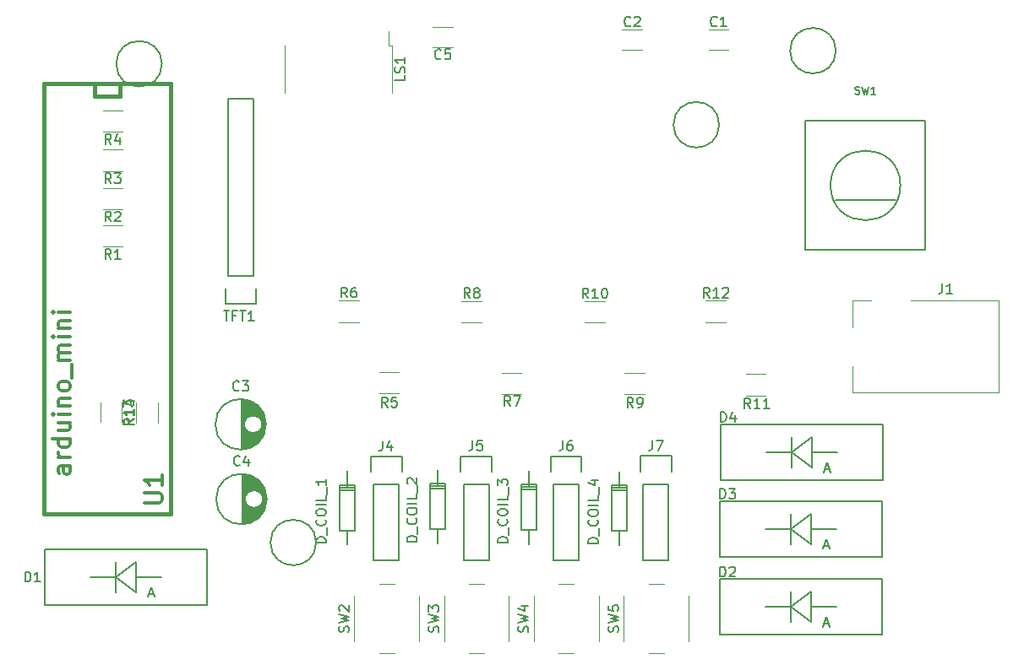
<source format=gto>
G04 #@! TF.FileFunction,Legend,Top*
%FSLAX46Y46*%
G04 Gerber Fmt 4.6, Leading zero omitted, Abs format (unit mm)*
G04 Created by KiCad (PCBNEW 4.0.7) date 07/01/18 12:19:37*
%MOMM*%
%LPD*%
G01*
G04 APERTURE LIST*
%ADD10C,0.100000*%
%ADD11C,0.150000*%
%ADD12C,0.120000*%
%ADD13C,0.381000*%
%ADD14C,0.203200*%
%ADD15C,0.304800*%
%ADD16C,0.152400*%
G04 APERTURE END LIST*
D10*
D11*
X74365000Y-125781000D02*
X74365000Y-130779000D01*
X74505000Y-125789000D02*
X74505000Y-130771000D01*
X74645000Y-125805000D02*
X74645000Y-128185000D01*
X74645000Y-128375000D02*
X74645000Y-130755000D01*
X74785000Y-125829000D02*
X74785000Y-127790000D01*
X74785000Y-128770000D02*
X74785000Y-130731000D01*
X74925000Y-125862000D02*
X74925000Y-127623000D01*
X74925000Y-128937000D02*
X74925000Y-130698000D01*
X75065000Y-125903000D02*
X75065000Y-127516000D01*
X75065000Y-129044000D02*
X75065000Y-130657000D01*
X75205000Y-125953000D02*
X75205000Y-127445000D01*
X75205000Y-129115000D02*
X75205000Y-130607000D01*
X75345000Y-126014000D02*
X75345000Y-127401000D01*
X75345000Y-129159000D02*
X75345000Y-130546000D01*
X75485000Y-126084000D02*
X75485000Y-127382000D01*
X75485000Y-129178000D02*
X75485000Y-130476000D01*
X75625000Y-126166000D02*
X75625000Y-127384000D01*
X75625000Y-129176000D02*
X75625000Y-130394000D01*
X75765000Y-126261000D02*
X75765000Y-127409000D01*
X75765000Y-129151000D02*
X75765000Y-130299000D01*
X75905000Y-126372000D02*
X75905000Y-127457000D01*
X75905000Y-129103000D02*
X75905000Y-130188000D01*
X76045000Y-126500000D02*
X76045000Y-127535000D01*
X76045000Y-129025000D02*
X76045000Y-130060000D01*
X76185000Y-126649000D02*
X76185000Y-127652000D01*
X76185000Y-128908000D02*
X76185000Y-129911000D01*
X76325000Y-126828000D02*
X76325000Y-127840000D01*
X76325000Y-128720000D02*
X76325000Y-129732000D01*
X76465000Y-127047000D02*
X76465000Y-129513000D01*
X76605000Y-127336000D02*
X76605000Y-129224000D01*
X76745000Y-127808000D02*
X76745000Y-128752000D01*
X76440000Y-128280000D02*
G75*
G03X76440000Y-128280000I-900000J0D01*
G01*
X76827500Y-128280000D02*
G75*
G03X76827500Y-128280000I-2537500J0D01*
G01*
X122156000Y-90720000D02*
G75*
G03X122156000Y-90720000I-2286000J0D01*
G01*
X133846000Y-83290000D02*
G75*
G03X133846000Y-83290000I-2286000J0D01*
G01*
X81766000Y-132640000D02*
G75*
G03X81766000Y-132640000I-2286000J0D01*
G01*
D12*
X124820000Y-115740000D02*
X126820000Y-115740000D01*
X126820000Y-117880000D02*
X124820000Y-117880000D01*
D13*
X67180000Y-86610000D02*
X67180000Y-129790000D01*
X67180000Y-129790000D02*
X54480000Y-129790000D01*
X54480000Y-129790000D02*
X54480000Y-86610000D01*
X54480000Y-86610000D02*
X67180000Y-86610000D01*
X59560000Y-86610000D02*
X59560000Y-87880000D01*
X59560000Y-87880000D02*
X62100000Y-87880000D01*
X62100000Y-87880000D02*
X62100000Y-86610000D01*
D11*
X72960000Y-105880000D02*
X72960000Y-88100000D01*
X72960000Y-88100000D02*
X75500000Y-88100000D01*
X75500000Y-88100000D02*
X75500000Y-105880000D01*
X72680000Y-108700000D02*
X72680000Y-107150000D01*
X72960000Y-105880000D02*
X75500000Y-105880000D01*
X75780000Y-107150000D02*
X75780000Y-108700000D01*
X75780000Y-108700000D02*
X72680000Y-108700000D01*
D12*
X123100000Y-81140000D02*
X121100000Y-81140000D01*
X121100000Y-83180000D02*
X123100000Y-83180000D01*
X114450000Y-81140000D02*
X112450000Y-81140000D01*
X112450000Y-83180000D02*
X114450000Y-83180000D01*
D11*
X74285000Y-118281000D02*
X74285000Y-123279000D01*
X74425000Y-118289000D02*
X74425000Y-123271000D01*
X74565000Y-118305000D02*
X74565000Y-120685000D01*
X74565000Y-120875000D02*
X74565000Y-123255000D01*
X74705000Y-118329000D02*
X74705000Y-120290000D01*
X74705000Y-121270000D02*
X74705000Y-123231000D01*
X74845000Y-118362000D02*
X74845000Y-120123000D01*
X74845000Y-121437000D02*
X74845000Y-123198000D01*
X74985000Y-118403000D02*
X74985000Y-120016000D01*
X74985000Y-121544000D02*
X74985000Y-123157000D01*
X75125000Y-118453000D02*
X75125000Y-119945000D01*
X75125000Y-121615000D02*
X75125000Y-123107000D01*
X75265000Y-118514000D02*
X75265000Y-119901000D01*
X75265000Y-121659000D02*
X75265000Y-123046000D01*
X75405000Y-118584000D02*
X75405000Y-119882000D01*
X75405000Y-121678000D02*
X75405000Y-122976000D01*
X75545000Y-118666000D02*
X75545000Y-119884000D01*
X75545000Y-121676000D02*
X75545000Y-122894000D01*
X75685000Y-118761000D02*
X75685000Y-119909000D01*
X75685000Y-121651000D02*
X75685000Y-122799000D01*
X75825000Y-118872000D02*
X75825000Y-119957000D01*
X75825000Y-121603000D02*
X75825000Y-122688000D01*
X75965000Y-119000000D02*
X75965000Y-120035000D01*
X75965000Y-121525000D02*
X75965000Y-122560000D01*
X76105000Y-119149000D02*
X76105000Y-120152000D01*
X76105000Y-121408000D02*
X76105000Y-122411000D01*
X76245000Y-119328000D02*
X76245000Y-120340000D01*
X76245000Y-121220000D02*
X76245000Y-122232000D01*
X76385000Y-119547000D02*
X76385000Y-122013000D01*
X76525000Y-119836000D02*
X76525000Y-121724000D01*
X76665000Y-120308000D02*
X76665000Y-121252000D01*
X76360000Y-120780000D02*
G75*
G03X76360000Y-120780000I-900000J0D01*
G01*
X76747500Y-120780000D02*
G75*
G03X76747500Y-120780000I-2537500J0D01*
G01*
D12*
X93460000Y-82970000D02*
X95460000Y-82970000D01*
X95460000Y-80930000D02*
X93460000Y-80930000D01*
D11*
X61716000Y-136120000D02*
X59176000Y-136120000D01*
X63748000Y-136120000D02*
X66288000Y-136120000D01*
X61716000Y-136120000D02*
X63748000Y-134596000D01*
X63748000Y-134596000D02*
X63748000Y-137644000D01*
X63748000Y-137644000D02*
X61716000Y-136120000D01*
X61716000Y-134596000D02*
X61716000Y-137644000D01*
X70860000Y-138914000D02*
X70860000Y-133326000D01*
X70860000Y-133326000D02*
X54604000Y-133326000D01*
X54604000Y-133326000D02*
X54604000Y-138914000D01*
X54604000Y-138914000D02*
X70860000Y-138914000D01*
X129346920Y-139100000D02*
X126806920Y-139100000D01*
X131378920Y-139100000D02*
X133918920Y-139100000D01*
X129346920Y-139100000D02*
X131378920Y-137576000D01*
X131378920Y-137576000D02*
X131378920Y-140624000D01*
X131378920Y-140624000D02*
X129346920Y-139100000D01*
X129346920Y-137576000D02*
X129346920Y-140624000D01*
X138490920Y-141894000D02*
X138490920Y-136306000D01*
X138490920Y-136306000D02*
X122234920Y-136306000D01*
X122234920Y-136306000D02*
X122234920Y-141894000D01*
X122234920Y-141894000D02*
X138490920Y-141894000D01*
X129346920Y-131300000D02*
X126806920Y-131300000D01*
X131378920Y-131300000D02*
X133918920Y-131300000D01*
X129346920Y-131300000D02*
X131378920Y-129776000D01*
X131378920Y-129776000D02*
X131378920Y-132824000D01*
X131378920Y-132824000D02*
X129346920Y-131300000D01*
X129346920Y-129776000D02*
X129346920Y-132824000D01*
X138490920Y-134094000D02*
X138490920Y-128506000D01*
X138490920Y-128506000D02*
X122234920Y-128506000D01*
X122234920Y-128506000D02*
X122234920Y-134094000D01*
X122234920Y-134094000D02*
X138490920Y-134094000D01*
X129406920Y-123610000D02*
X126866920Y-123610000D01*
X131438920Y-123610000D02*
X133978920Y-123610000D01*
X129406920Y-123610000D02*
X131438920Y-122086000D01*
X131438920Y-122086000D02*
X131438920Y-125134000D01*
X131438920Y-125134000D02*
X129406920Y-123610000D01*
X129406920Y-122086000D02*
X129406920Y-125134000D01*
X138550920Y-126404000D02*
X138550920Y-120816000D01*
X138550920Y-120816000D02*
X122294920Y-120816000D01*
X122294920Y-120816000D02*
X122294920Y-126404000D01*
X122294920Y-126404000D02*
X138550920Y-126404000D01*
X84850000Y-131436000D02*
X84850000Y-132833000D01*
X84850000Y-126991000D02*
X84850000Y-125467000D01*
X85612000Y-127372000D02*
X84088000Y-127372000D01*
X85612000Y-127118000D02*
X84088000Y-127118000D01*
X84850000Y-126864000D02*
X84088000Y-126864000D01*
X84088000Y-126864000D02*
X84088000Y-131436000D01*
X84088000Y-131436000D02*
X85612000Y-131436000D01*
X85612000Y-131436000D02*
X85612000Y-126864000D01*
X85612000Y-126864000D02*
X84850000Y-126864000D01*
X93950000Y-131306000D02*
X93950000Y-132703000D01*
X93950000Y-126861000D02*
X93950000Y-125337000D01*
X94712000Y-127242000D02*
X93188000Y-127242000D01*
X94712000Y-126988000D02*
X93188000Y-126988000D01*
X93950000Y-126734000D02*
X93188000Y-126734000D01*
X93188000Y-126734000D02*
X93188000Y-131306000D01*
X93188000Y-131306000D02*
X94712000Y-131306000D01*
X94712000Y-131306000D02*
X94712000Y-126734000D01*
X94712000Y-126734000D02*
X93950000Y-126734000D01*
X103060000Y-131416000D02*
X103060000Y-132813000D01*
X103060000Y-126971000D02*
X103060000Y-125447000D01*
X103822000Y-127352000D02*
X102298000Y-127352000D01*
X103822000Y-127098000D02*
X102298000Y-127098000D01*
X103060000Y-126844000D02*
X102298000Y-126844000D01*
X102298000Y-126844000D02*
X102298000Y-131416000D01*
X102298000Y-131416000D02*
X103822000Y-131416000D01*
X103822000Y-131416000D02*
X103822000Y-126844000D01*
X103822000Y-126844000D02*
X103060000Y-126844000D01*
X112120000Y-131476000D02*
X112120000Y-132873000D01*
X112120000Y-127031000D02*
X112120000Y-125507000D01*
X112882000Y-127412000D02*
X111358000Y-127412000D01*
X112882000Y-127158000D02*
X111358000Y-127158000D01*
X112120000Y-126904000D02*
X111358000Y-126904000D01*
X111358000Y-126904000D02*
X111358000Y-131476000D01*
X111358000Y-131476000D02*
X112882000Y-131476000D01*
X112882000Y-131476000D02*
X112882000Y-126904000D01*
X112882000Y-126904000D02*
X112120000Y-126904000D01*
D12*
X141400000Y-108360000D02*
X150200000Y-108360000D01*
X150200000Y-108360000D02*
X150200000Y-117560000D01*
X135500000Y-111060000D02*
X135500000Y-108360000D01*
X135500000Y-108360000D02*
X137400000Y-108360000D01*
X150200000Y-117560000D02*
X135500000Y-117560000D01*
X135500000Y-117560000D02*
X135500000Y-114960000D01*
D11*
X87550000Y-126790000D02*
X87550000Y-134410000D01*
X90090000Y-126790000D02*
X90090000Y-134410000D01*
X90370000Y-123970000D02*
X90370000Y-125520000D01*
X87550000Y-134410000D02*
X90090000Y-134410000D01*
X90090000Y-126790000D02*
X87550000Y-126790000D01*
X87270000Y-125520000D02*
X87270000Y-123970000D01*
X87270000Y-123970000D02*
X90370000Y-123970000D01*
X96550000Y-126790000D02*
X96550000Y-134410000D01*
X99090000Y-126790000D02*
X99090000Y-134410000D01*
X99370000Y-123970000D02*
X99370000Y-125520000D01*
X96550000Y-134410000D02*
X99090000Y-134410000D01*
X99090000Y-126790000D02*
X96550000Y-126790000D01*
X96270000Y-125520000D02*
X96270000Y-123970000D01*
X96270000Y-123970000D02*
X99370000Y-123970000D01*
X105540000Y-126790000D02*
X105540000Y-134410000D01*
X108080000Y-126790000D02*
X108080000Y-134410000D01*
X108360000Y-123970000D02*
X108360000Y-125520000D01*
X105540000Y-134410000D02*
X108080000Y-134410000D01*
X108080000Y-126790000D02*
X105540000Y-126790000D01*
X105260000Y-125520000D02*
X105260000Y-123970000D01*
X105260000Y-123970000D02*
X108360000Y-123970000D01*
X114550000Y-126770000D02*
X114550000Y-134390000D01*
X117090000Y-126770000D02*
X117090000Y-134390000D01*
X117370000Y-123950000D02*
X117370000Y-125500000D01*
X114550000Y-134390000D02*
X117090000Y-134390000D01*
X117090000Y-126770000D02*
X114550000Y-126770000D01*
X114270000Y-125500000D02*
X114270000Y-123950000D01*
X114270000Y-123950000D02*
X117370000Y-123950000D01*
D12*
X89420000Y-82740000D02*
X89020000Y-82740000D01*
X89020000Y-82740000D02*
X89020000Y-81340000D01*
X89420000Y-82740000D02*
X89420000Y-87540000D01*
X78620000Y-82740000D02*
X78620000Y-87540000D01*
X60390000Y-100830000D02*
X62390000Y-100830000D01*
X62390000Y-102970000D02*
X60390000Y-102970000D01*
X60390000Y-97050000D02*
X62390000Y-97050000D01*
X62390000Y-99190000D02*
X60390000Y-99190000D01*
X60390000Y-93230000D02*
X62390000Y-93230000D01*
X62390000Y-95370000D02*
X60390000Y-95370000D01*
X60390000Y-89290000D02*
X62390000Y-89290000D01*
X62390000Y-91430000D02*
X60390000Y-91430000D01*
X88070000Y-115530000D02*
X90070000Y-115530000D01*
X90070000Y-117670000D02*
X88070000Y-117670000D01*
X86050000Y-110510000D02*
X84050000Y-110510000D01*
X84050000Y-108370000D02*
X86050000Y-108370000D01*
X100360000Y-115630000D02*
X102360000Y-115630000D01*
X102360000Y-117770000D02*
X100360000Y-117770000D01*
X98360000Y-110570000D02*
X96360000Y-110570000D01*
X96360000Y-108430000D02*
X98360000Y-108430000D01*
X112700000Y-115630000D02*
X114700000Y-115630000D01*
X114700000Y-117770000D02*
X112700000Y-117770000D01*
X110700000Y-110590000D02*
X108700000Y-110590000D01*
X108700000Y-108450000D02*
X110700000Y-108450000D01*
X122830000Y-110520000D02*
X120830000Y-110520000D01*
X120830000Y-108380000D02*
X122830000Y-108380000D01*
D14*
X133820000Y-98310000D02*
X139820000Y-98310000D01*
X140320000Y-96810000D02*
G75*
G03X140320000Y-96810000I-3500000J0D01*
G01*
X130820000Y-90310000D02*
X142820000Y-90310000D01*
X142820000Y-90310000D02*
X142820000Y-103310000D01*
X142820000Y-103310000D02*
X130820000Y-103310000D01*
X130820000Y-103310000D02*
X130820000Y-90310000D01*
D12*
X92100000Y-142520000D02*
X92100000Y-138020000D01*
X88100000Y-143770000D02*
X89600000Y-143770000D01*
X85600000Y-138020000D02*
X85600000Y-142520000D01*
X89600000Y-136770000D02*
X88100000Y-136770000D01*
X101090000Y-142520000D02*
X101090000Y-138020000D01*
X97090000Y-143770000D02*
X98590000Y-143770000D01*
X94590000Y-138020000D02*
X94590000Y-142520000D01*
X98590000Y-136770000D02*
X97090000Y-136770000D01*
X110080000Y-142520000D02*
X110080000Y-138020000D01*
X106080000Y-143770000D02*
X107580000Y-143770000D01*
X103580000Y-138020000D02*
X103580000Y-142520000D01*
X107580000Y-136770000D02*
X106080000Y-136770000D01*
X119110000Y-142520000D02*
X119110000Y-138020000D01*
X115110000Y-143770000D02*
X116610000Y-143770000D01*
X112610000Y-138020000D02*
X112610000Y-142520000D01*
X116610000Y-136770000D02*
X115110000Y-136770000D01*
D11*
X66316000Y-84610000D02*
G75*
G03X66316000Y-84610000I-2286000J0D01*
G01*
D12*
X65900000Y-118620000D02*
X65900000Y-120620000D01*
X63760000Y-120620000D02*
X63760000Y-118620000D01*
X60150000Y-120570000D02*
X60150000Y-118570000D01*
X62290000Y-118570000D02*
X62290000Y-120570000D01*
D11*
X74123334Y-124837143D02*
X74075715Y-124884762D01*
X73932858Y-124932381D01*
X73837620Y-124932381D01*
X73694762Y-124884762D01*
X73599524Y-124789524D01*
X73551905Y-124694286D01*
X73504286Y-124503810D01*
X73504286Y-124360952D01*
X73551905Y-124170476D01*
X73599524Y-124075238D01*
X73694762Y-123980000D01*
X73837620Y-123932381D01*
X73932858Y-123932381D01*
X74075715Y-123980000D01*
X74123334Y-124027619D01*
X74980477Y-124265714D02*
X74980477Y-124932381D01*
X74742381Y-123884762D02*
X74504286Y-124599048D01*
X75123334Y-124599048D01*
X125287143Y-119172381D02*
X124953809Y-118696190D01*
X124715714Y-119172381D02*
X124715714Y-118172381D01*
X125096667Y-118172381D01*
X125191905Y-118220000D01*
X125239524Y-118267619D01*
X125287143Y-118362857D01*
X125287143Y-118505714D01*
X125239524Y-118600952D01*
X125191905Y-118648571D01*
X125096667Y-118696190D01*
X124715714Y-118696190D01*
X126239524Y-119172381D02*
X125668095Y-119172381D01*
X125953809Y-119172381D02*
X125953809Y-118172381D01*
X125858571Y-118315238D01*
X125763333Y-118410476D01*
X125668095Y-118458095D01*
X127191905Y-119172381D02*
X126620476Y-119172381D01*
X126906190Y-119172381D02*
X126906190Y-118172381D01*
X126810952Y-118315238D01*
X126715714Y-118410476D01*
X126620476Y-118458095D01*
D15*
X64556333Y-128654667D02*
X65995667Y-128654667D01*
X66165000Y-128570000D01*
X66249667Y-128485333D01*
X66334333Y-128316000D01*
X66334333Y-127977333D01*
X66249667Y-127808000D01*
X66165000Y-127723333D01*
X65995667Y-127638667D01*
X64556333Y-127638667D01*
X66334333Y-125860666D02*
X66334333Y-126876666D01*
X66334333Y-126368666D02*
X64556333Y-126368666D01*
X64810333Y-126538000D01*
X64979667Y-126707333D01*
X65064333Y-126876666D01*
X57114333Y-124973669D02*
X56183000Y-124973669D01*
X56013667Y-125058335D01*
X55929000Y-125227669D01*
X55929000Y-125566335D01*
X56013667Y-125735669D01*
X57029667Y-124973669D02*
X57114333Y-125143002D01*
X57114333Y-125566335D01*
X57029667Y-125735669D01*
X56860333Y-125820335D01*
X56691000Y-125820335D01*
X56521667Y-125735669D01*
X56437000Y-125566335D01*
X56437000Y-125143002D01*
X56352333Y-124973669D01*
X57114333Y-124127002D02*
X55929000Y-124127002D01*
X56267667Y-124127002D02*
X56098333Y-124042335D01*
X56013667Y-123957668D01*
X55929000Y-123788335D01*
X55929000Y-123619002D01*
X57114333Y-122264335D02*
X55336333Y-122264335D01*
X57029667Y-122264335D02*
X57114333Y-122433668D01*
X57114333Y-122772335D01*
X57029667Y-122941668D01*
X56945000Y-123026335D01*
X56775667Y-123111001D01*
X56267667Y-123111001D01*
X56098333Y-123026335D01*
X56013667Y-122941668D01*
X55929000Y-122772335D01*
X55929000Y-122433668D01*
X56013667Y-122264335D01*
X55929000Y-120655668D02*
X57114333Y-120655668D01*
X55929000Y-121417668D02*
X56860333Y-121417668D01*
X57029667Y-121333001D01*
X57114333Y-121163668D01*
X57114333Y-120909668D01*
X57029667Y-120740334D01*
X56945000Y-120655668D01*
X57114333Y-119809001D02*
X55929000Y-119809001D01*
X55336333Y-119809001D02*
X55421000Y-119893667D01*
X55505667Y-119809001D01*
X55421000Y-119724334D01*
X55336333Y-119809001D01*
X55505667Y-119809001D01*
X55929000Y-118962334D02*
X57114333Y-118962334D01*
X56098333Y-118962334D02*
X56013667Y-118877667D01*
X55929000Y-118708334D01*
X55929000Y-118454334D01*
X56013667Y-118285000D01*
X56183000Y-118200334D01*
X57114333Y-118200334D01*
X57114333Y-117099667D02*
X57029667Y-117269000D01*
X56945000Y-117353667D01*
X56775667Y-117438333D01*
X56267667Y-117438333D01*
X56098333Y-117353667D01*
X56013667Y-117269000D01*
X55929000Y-117099667D01*
X55929000Y-116845667D01*
X56013667Y-116676333D01*
X56098333Y-116591667D01*
X56267667Y-116507000D01*
X56775667Y-116507000D01*
X56945000Y-116591667D01*
X57029667Y-116676333D01*
X57114333Y-116845667D01*
X57114333Y-117099667D01*
X57283667Y-116168333D02*
X57283667Y-114813666D01*
X57114333Y-114390333D02*
X55929000Y-114390333D01*
X56098333Y-114390333D02*
X56013667Y-114305666D01*
X55929000Y-114136333D01*
X55929000Y-113882333D01*
X56013667Y-113712999D01*
X56183000Y-113628333D01*
X57114333Y-113628333D01*
X56183000Y-113628333D02*
X56013667Y-113543666D01*
X55929000Y-113374333D01*
X55929000Y-113120333D01*
X56013667Y-112950999D01*
X56183000Y-112866333D01*
X57114333Y-112866333D01*
X57114333Y-112019666D02*
X55929000Y-112019666D01*
X55336333Y-112019666D02*
X55421000Y-112104332D01*
X55505667Y-112019666D01*
X55421000Y-111934999D01*
X55336333Y-112019666D01*
X55505667Y-112019666D01*
X55929000Y-111172999D02*
X57114333Y-111172999D01*
X56098333Y-111172999D02*
X56013667Y-111088332D01*
X55929000Y-110918999D01*
X55929000Y-110664999D01*
X56013667Y-110495665D01*
X56183000Y-110410999D01*
X57114333Y-110410999D01*
X57114333Y-109564332D02*
X55929000Y-109564332D01*
X55336333Y-109564332D02*
X55421000Y-109648998D01*
X55505667Y-109564332D01*
X55421000Y-109479665D01*
X55336333Y-109564332D01*
X55505667Y-109564332D01*
D11*
X72508571Y-109382381D02*
X73080000Y-109382381D01*
X72794285Y-110382381D02*
X72794285Y-109382381D01*
X73746667Y-109858571D02*
X73413333Y-109858571D01*
X73413333Y-110382381D02*
X73413333Y-109382381D01*
X73889524Y-109382381D01*
X74127619Y-109382381D02*
X74699048Y-109382381D01*
X74413333Y-110382381D02*
X74413333Y-109382381D01*
X75556191Y-110382381D02*
X74984762Y-110382381D01*
X75270476Y-110382381D02*
X75270476Y-109382381D01*
X75175238Y-109525238D01*
X75080000Y-109620476D01*
X74984762Y-109668095D01*
X121933334Y-80767143D02*
X121885715Y-80814762D01*
X121742858Y-80862381D01*
X121647620Y-80862381D01*
X121504762Y-80814762D01*
X121409524Y-80719524D01*
X121361905Y-80624286D01*
X121314286Y-80433810D01*
X121314286Y-80290952D01*
X121361905Y-80100476D01*
X121409524Y-80005238D01*
X121504762Y-79910000D01*
X121647620Y-79862381D01*
X121742858Y-79862381D01*
X121885715Y-79910000D01*
X121933334Y-79957619D01*
X122885715Y-80862381D02*
X122314286Y-80862381D01*
X122600000Y-80862381D02*
X122600000Y-79862381D01*
X122504762Y-80005238D01*
X122409524Y-80100476D01*
X122314286Y-80148095D01*
X113283334Y-80767143D02*
X113235715Y-80814762D01*
X113092858Y-80862381D01*
X112997620Y-80862381D01*
X112854762Y-80814762D01*
X112759524Y-80719524D01*
X112711905Y-80624286D01*
X112664286Y-80433810D01*
X112664286Y-80290952D01*
X112711905Y-80100476D01*
X112759524Y-80005238D01*
X112854762Y-79910000D01*
X112997620Y-79862381D01*
X113092858Y-79862381D01*
X113235715Y-79910000D01*
X113283334Y-79957619D01*
X113664286Y-79957619D02*
X113711905Y-79910000D01*
X113807143Y-79862381D01*
X114045239Y-79862381D01*
X114140477Y-79910000D01*
X114188096Y-79957619D01*
X114235715Y-80052857D01*
X114235715Y-80148095D01*
X114188096Y-80290952D01*
X113616667Y-80862381D01*
X114235715Y-80862381D01*
X74043334Y-117337143D02*
X73995715Y-117384762D01*
X73852858Y-117432381D01*
X73757620Y-117432381D01*
X73614762Y-117384762D01*
X73519524Y-117289524D01*
X73471905Y-117194286D01*
X73424286Y-117003810D01*
X73424286Y-116860952D01*
X73471905Y-116670476D01*
X73519524Y-116575238D01*
X73614762Y-116480000D01*
X73757620Y-116432381D01*
X73852858Y-116432381D01*
X73995715Y-116480000D01*
X74043334Y-116527619D01*
X74376667Y-116432381D02*
X74995715Y-116432381D01*
X74662381Y-116813333D01*
X74805239Y-116813333D01*
X74900477Y-116860952D01*
X74948096Y-116908571D01*
X74995715Y-117003810D01*
X74995715Y-117241905D01*
X74948096Y-117337143D01*
X74900477Y-117384762D01*
X74805239Y-117432381D01*
X74519524Y-117432381D01*
X74424286Y-117384762D01*
X74376667Y-117337143D01*
X94293334Y-84057143D02*
X94245715Y-84104762D01*
X94102858Y-84152381D01*
X94007620Y-84152381D01*
X93864762Y-84104762D01*
X93769524Y-84009524D01*
X93721905Y-83914286D01*
X93674286Y-83723810D01*
X93674286Y-83580952D01*
X93721905Y-83390476D01*
X93769524Y-83295238D01*
X93864762Y-83200000D01*
X94007620Y-83152381D01*
X94102858Y-83152381D01*
X94245715Y-83200000D01*
X94293334Y-83247619D01*
X95198096Y-83152381D02*
X94721905Y-83152381D01*
X94674286Y-83628571D01*
X94721905Y-83580952D01*
X94817143Y-83533333D01*
X95055239Y-83533333D01*
X95150477Y-83580952D01*
X95198096Y-83628571D01*
X95245715Y-83723810D01*
X95245715Y-83961905D01*
X95198096Y-84057143D01*
X95150477Y-84104762D01*
X95055239Y-84152381D01*
X94817143Y-84152381D01*
X94721905Y-84104762D01*
X94674286Y-84057143D01*
X52611905Y-136572381D02*
X52611905Y-135572381D01*
X52850000Y-135572381D01*
X52992858Y-135620000D01*
X53088096Y-135715238D01*
X53135715Y-135810476D01*
X53183334Y-136000952D01*
X53183334Y-136143810D01*
X53135715Y-136334286D01*
X53088096Y-136429524D01*
X52992858Y-136524762D01*
X52850000Y-136572381D01*
X52611905Y-136572381D01*
X54135715Y-136572381D02*
X53564286Y-136572381D01*
X53850000Y-136572381D02*
X53850000Y-135572381D01*
X53754762Y-135715238D01*
X53659524Y-135810476D01*
X53564286Y-135858095D01*
X65033905Y-137810667D02*
X65510096Y-137810667D01*
X64938667Y-138096381D02*
X65272000Y-137096381D01*
X65605334Y-138096381D01*
X122241905Y-136072381D02*
X122241905Y-135072381D01*
X122480000Y-135072381D01*
X122622858Y-135120000D01*
X122718096Y-135215238D01*
X122765715Y-135310476D01*
X122813334Y-135500952D01*
X122813334Y-135643810D01*
X122765715Y-135834286D01*
X122718096Y-135929524D01*
X122622858Y-136024762D01*
X122480000Y-136072381D01*
X122241905Y-136072381D01*
X123194286Y-135167619D02*
X123241905Y-135120000D01*
X123337143Y-135072381D01*
X123575239Y-135072381D01*
X123670477Y-135120000D01*
X123718096Y-135167619D01*
X123765715Y-135262857D01*
X123765715Y-135358095D01*
X123718096Y-135500952D01*
X123146667Y-136072381D01*
X123765715Y-136072381D01*
X132664825Y-140790667D02*
X133141016Y-140790667D01*
X132569587Y-141076381D02*
X132902920Y-140076381D01*
X133236254Y-141076381D01*
X122236825Y-128242381D02*
X122236825Y-127242381D01*
X122474920Y-127242381D01*
X122617778Y-127290000D01*
X122713016Y-127385238D01*
X122760635Y-127480476D01*
X122808254Y-127670952D01*
X122808254Y-127813810D01*
X122760635Y-128004286D01*
X122713016Y-128099524D01*
X122617778Y-128194762D01*
X122474920Y-128242381D01*
X122236825Y-128242381D01*
X123141587Y-127242381D02*
X123760635Y-127242381D01*
X123427301Y-127623333D01*
X123570159Y-127623333D01*
X123665397Y-127670952D01*
X123713016Y-127718571D01*
X123760635Y-127813810D01*
X123760635Y-128051905D01*
X123713016Y-128147143D01*
X123665397Y-128194762D01*
X123570159Y-128242381D01*
X123284444Y-128242381D01*
X123189206Y-128194762D01*
X123141587Y-128147143D01*
X132664825Y-132990667D02*
X133141016Y-132990667D01*
X132569587Y-133276381D02*
X132902920Y-132276381D01*
X133236254Y-133276381D01*
X122312825Y-120542381D02*
X122312825Y-119542381D01*
X122550920Y-119542381D01*
X122693778Y-119590000D01*
X122789016Y-119685238D01*
X122836635Y-119780476D01*
X122884254Y-119970952D01*
X122884254Y-120113810D01*
X122836635Y-120304286D01*
X122789016Y-120399524D01*
X122693778Y-120494762D01*
X122550920Y-120542381D01*
X122312825Y-120542381D01*
X123741397Y-119875714D02*
X123741397Y-120542381D01*
X123503301Y-119494762D02*
X123265206Y-120209048D01*
X123884254Y-120209048D01*
X132724825Y-125300667D02*
X133201016Y-125300667D01*
X132629587Y-125586381D02*
X132962920Y-124586381D01*
X133296254Y-125586381D01*
X82762381Y-132666667D02*
X81762381Y-132666667D01*
X81762381Y-132428572D01*
X81810000Y-132285714D01*
X81905238Y-132190476D01*
X82000476Y-132142857D01*
X82190952Y-132095238D01*
X82333810Y-132095238D01*
X82524286Y-132142857D01*
X82619524Y-132190476D01*
X82714762Y-132285714D01*
X82762381Y-132428572D01*
X82762381Y-132666667D01*
X82857619Y-131904762D02*
X82857619Y-131142857D01*
X82667143Y-130333333D02*
X82714762Y-130380952D01*
X82762381Y-130523809D01*
X82762381Y-130619047D01*
X82714762Y-130761905D01*
X82619524Y-130857143D01*
X82524286Y-130904762D01*
X82333810Y-130952381D01*
X82190952Y-130952381D01*
X82000476Y-130904762D01*
X81905238Y-130857143D01*
X81810000Y-130761905D01*
X81762381Y-130619047D01*
X81762381Y-130523809D01*
X81810000Y-130380952D01*
X81857619Y-130333333D01*
X81762381Y-129714286D02*
X81762381Y-129523809D01*
X81810000Y-129428571D01*
X81905238Y-129333333D01*
X82095714Y-129285714D01*
X82429048Y-129285714D01*
X82619524Y-129333333D01*
X82714762Y-129428571D01*
X82762381Y-129523809D01*
X82762381Y-129714286D01*
X82714762Y-129809524D01*
X82619524Y-129904762D01*
X82429048Y-129952381D01*
X82095714Y-129952381D01*
X81905238Y-129904762D01*
X81810000Y-129809524D01*
X81762381Y-129714286D01*
X82762381Y-128857143D02*
X81762381Y-128857143D01*
X82762381Y-127904762D02*
X82762381Y-128380953D01*
X81762381Y-128380953D01*
X82857619Y-127809524D02*
X82857619Y-127047619D01*
X82762381Y-126285714D02*
X82762381Y-126857143D01*
X82762381Y-126571429D02*
X81762381Y-126571429D01*
X81905238Y-126666667D01*
X82000476Y-126761905D01*
X82048095Y-126857143D01*
X91862381Y-132536667D02*
X90862381Y-132536667D01*
X90862381Y-132298572D01*
X90910000Y-132155714D01*
X91005238Y-132060476D01*
X91100476Y-132012857D01*
X91290952Y-131965238D01*
X91433810Y-131965238D01*
X91624286Y-132012857D01*
X91719524Y-132060476D01*
X91814762Y-132155714D01*
X91862381Y-132298572D01*
X91862381Y-132536667D01*
X91957619Y-131774762D02*
X91957619Y-131012857D01*
X91767143Y-130203333D02*
X91814762Y-130250952D01*
X91862381Y-130393809D01*
X91862381Y-130489047D01*
X91814762Y-130631905D01*
X91719524Y-130727143D01*
X91624286Y-130774762D01*
X91433810Y-130822381D01*
X91290952Y-130822381D01*
X91100476Y-130774762D01*
X91005238Y-130727143D01*
X90910000Y-130631905D01*
X90862381Y-130489047D01*
X90862381Y-130393809D01*
X90910000Y-130250952D01*
X90957619Y-130203333D01*
X90862381Y-129584286D02*
X90862381Y-129393809D01*
X90910000Y-129298571D01*
X91005238Y-129203333D01*
X91195714Y-129155714D01*
X91529048Y-129155714D01*
X91719524Y-129203333D01*
X91814762Y-129298571D01*
X91862381Y-129393809D01*
X91862381Y-129584286D01*
X91814762Y-129679524D01*
X91719524Y-129774762D01*
X91529048Y-129822381D01*
X91195714Y-129822381D01*
X91005238Y-129774762D01*
X90910000Y-129679524D01*
X90862381Y-129584286D01*
X91862381Y-128727143D02*
X90862381Y-128727143D01*
X91862381Y-127774762D02*
X91862381Y-128250953D01*
X90862381Y-128250953D01*
X91957619Y-127679524D02*
X91957619Y-126917619D01*
X90957619Y-126727143D02*
X90910000Y-126679524D01*
X90862381Y-126584286D01*
X90862381Y-126346190D01*
X90910000Y-126250952D01*
X90957619Y-126203333D01*
X91052857Y-126155714D01*
X91148095Y-126155714D01*
X91290952Y-126203333D01*
X91862381Y-126774762D01*
X91862381Y-126155714D01*
X100972381Y-132646667D02*
X99972381Y-132646667D01*
X99972381Y-132408572D01*
X100020000Y-132265714D01*
X100115238Y-132170476D01*
X100210476Y-132122857D01*
X100400952Y-132075238D01*
X100543810Y-132075238D01*
X100734286Y-132122857D01*
X100829524Y-132170476D01*
X100924762Y-132265714D01*
X100972381Y-132408572D01*
X100972381Y-132646667D01*
X101067619Y-131884762D02*
X101067619Y-131122857D01*
X100877143Y-130313333D02*
X100924762Y-130360952D01*
X100972381Y-130503809D01*
X100972381Y-130599047D01*
X100924762Y-130741905D01*
X100829524Y-130837143D01*
X100734286Y-130884762D01*
X100543810Y-130932381D01*
X100400952Y-130932381D01*
X100210476Y-130884762D01*
X100115238Y-130837143D01*
X100020000Y-130741905D01*
X99972381Y-130599047D01*
X99972381Y-130503809D01*
X100020000Y-130360952D01*
X100067619Y-130313333D01*
X99972381Y-129694286D02*
X99972381Y-129503809D01*
X100020000Y-129408571D01*
X100115238Y-129313333D01*
X100305714Y-129265714D01*
X100639048Y-129265714D01*
X100829524Y-129313333D01*
X100924762Y-129408571D01*
X100972381Y-129503809D01*
X100972381Y-129694286D01*
X100924762Y-129789524D01*
X100829524Y-129884762D01*
X100639048Y-129932381D01*
X100305714Y-129932381D01*
X100115238Y-129884762D01*
X100020000Y-129789524D01*
X99972381Y-129694286D01*
X100972381Y-128837143D02*
X99972381Y-128837143D01*
X100972381Y-127884762D02*
X100972381Y-128360953D01*
X99972381Y-128360953D01*
X101067619Y-127789524D02*
X101067619Y-127027619D01*
X99972381Y-126884762D02*
X99972381Y-126265714D01*
X100353333Y-126599048D01*
X100353333Y-126456190D01*
X100400952Y-126360952D01*
X100448571Y-126313333D01*
X100543810Y-126265714D01*
X100781905Y-126265714D01*
X100877143Y-126313333D01*
X100924762Y-126360952D01*
X100972381Y-126456190D01*
X100972381Y-126741905D01*
X100924762Y-126837143D01*
X100877143Y-126884762D01*
X110032381Y-132706667D02*
X109032381Y-132706667D01*
X109032381Y-132468572D01*
X109080000Y-132325714D01*
X109175238Y-132230476D01*
X109270476Y-132182857D01*
X109460952Y-132135238D01*
X109603810Y-132135238D01*
X109794286Y-132182857D01*
X109889524Y-132230476D01*
X109984762Y-132325714D01*
X110032381Y-132468572D01*
X110032381Y-132706667D01*
X110127619Y-131944762D02*
X110127619Y-131182857D01*
X109937143Y-130373333D02*
X109984762Y-130420952D01*
X110032381Y-130563809D01*
X110032381Y-130659047D01*
X109984762Y-130801905D01*
X109889524Y-130897143D01*
X109794286Y-130944762D01*
X109603810Y-130992381D01*
X109460952Y-130992381D01*
X109270476Y-130944762D01*
X109175238Y-130897143D01*
X109080000Y-130801905D01*
X109032381Y-130659047D01*
X109032381Y-130563809D01*
X109080000Y-130420952D01*
X109127619Y-130373333D01*
X109032381Y-129754286D02*
X109032381Y-129563809D01*
X109080000Y-129468571D01*
X109175238Y-129373333D01*
X109365714Y-129325714D01*
X109699048Y-129325714D01*
X109889524Y-129373333D01*
X109984762Y-129468571D01*
X110032381Y-129563809D01*
X110032381Y-129754286D01*
X109984762Y-129849524D01*
X109889524Y-129944762D01*
X109699048Y-129992381D01*
X109365714Y-129992381D01*
X109175238Y-129944762D01*
X109080000Y-129849524D01*
X109032381Y-129754286D01*
X110032381Y-128897143D02*
X109032381Y-128897143D01*
X110032381Y-127944762D02*
X110032381Y-128420953D01*
X109032381Y-128420953D01*
X110127619Y-127849524D02*
X110127619Y-127087619D01*
X109365714Y-126420952D02*
X110032381Y-126420952D01*
X108984762Y-126659048D02*
X109699048Y-126897143D01*
X109699048Y-126278095D01*
X144516667Y-106662381D02*
X144516667Y-107376667D01*
X144469047Y-107519524D01*
X144373809Y-107614762D01*
X144230952Y-107662381D01*
X144135714Y-107662381D01*
X145516667Y-107662381D02*
X144945238Y-107662381D01*
X145230952Y-107662381D02*
X145230952Y-106662381D01*
X145135714Y-106805238D01*
X145040476Y-106900476D01*
X144945238Y-106948095D01*
X88426667Y-122452381D02*
X88426667Y-123166667D01*
X88379047Y-123309524D01*
X88283809Y-123404762D01*
X88140952Y-123452381D01*
X88045714Y-123452381D01*
X89331429Y-122785714D02*
X89331429Y-123452381D01*
X89093333Y-122404762D02*
X88855238Y-123119048D01*
X89474286Y-123119048D01*
X97456667Y-122402381D02*
X97456667Y-123116667D01*
X97409047Y-123259524D01*
X97313809Y-123354762D01*
X97170952Y-123402381D01*
X97075714Y-123402381D01*
X98409048Y-122402381D02*
X97932857Y-122402381D01*
X97885238Y-122878571D01*
X97932857Y-122830952D01*
X98028095Y-122783333D01*
X98266191Y-122783333D01*
X98361429Y-122830952D01*
X98409048Y-122878571D01*
X98456667Y-122973810D01*
X98456667Y-123211905D01*
X98409048Y-123307143D01*
X98361429Y-123354762D01*
X98266191Y-123402381D01*
X98028095Y-123402381D01*
X97932857Y-123354762D01*
X97885238Y-123307143D01*
X106496667Y-122422381D02*
X106496667Y-123136667D01*
X106449047Y-123279524D01*
X106353809Y-123374762D01*
X106210952Y-123422381D01*
X106115714Y-123422381D01*
X107401429Y-122422381D02*
X107210952Y-122422381D01*
X107115714Y-122470000D01*
X107068095Y-122517619D01*
X106972857Y-122660476D01*
X106925238Y-122850952D01*
X106925238Y-123231905D01*
X106972857Y-123327143D01*
X107020476Y-123374762D01*
X107115714Y-123422381D01*
X107306191Y-123422381D01*
X107401429Y-123374762D01*
X107449048Y-123327143D01*
X107496667Y-123231905D01*
X107496667Y-122993810D01*
X107449048Y-122898571D01*
X107401429Y-122850952D01*
X107306191Y-122803333D01*
X107115714Y-122803333D01*
X107020476Y-122850952D01*
X106972857Y-122898571D01*
X106925238Y-122993810D01*
X115466667Y-122402381D02*
X115466667Y-123116667D01*
X115419047Y-123259524D01*
X115323809Y-123354762D01*
X115180952Y-123402381D01*
X115085714Y-123402381D01*
X115847619Y-122402381D02*
X116514286Y-122402381D01*
X116085714Y-123402381D01*
X90672381Y-85782857D02*
X90672381Y-86259048D01*
X89672381Y-86259048D01*
X90624762Y-85497143D02*
X90672381Y-85354286D01*
X90672381Y-85116190D01*
X90624762Y-85020952D01*
X90577143Y-84973333D01*
X90481905Y-84925714D01*
X90386667Y-84925714D01*
X90291429Y-84973333D01*
X90243810Y-85020952D01*
X90196190Y-85116190D01*
X90148571Y-85306667D01*
X90100952Y-85401905D01*
X90053333Y-85449524D01*
X89958095Y-85497143D01*
X89862857Y-85497143D01*
X89767619Y-85449524D01*
X89720000Y-85401905D01*
X89672381Y-85306667D01*
X89672381Y-85068571D01*
X89720000Y-84925714D01*
X90672381Y-83973333D02*
X90672381Y-84544762D01*
X90672381Y-84259048D02*
X89672381Y-84259048D01*
X89815238Y-84354286D01*
X89910476Y-84449524D01*
X89958095Y-84544762D01*
X61223334Y-104202381D02*
X60890000Y-103726190D01*
X60651905Y-104202381D02*
X60651905Y-103202381D01*
X61032858Y-103202381D01*
X61128096Y-103250000D01*
X61175715Y-103297619D01*
X61223334Y-103392857D01*
X61223334Y-103535714D01*
X61175715Y-103630952D01*
X61128096Y-103678571D01*
X61032858Y-103726190D01*
X60651905Y-103726190D01*
X62175715Y-104202381D02*
X61604286Y-104202381D01*
X61890000Y-104202381D02*
X61890000Y-103202381D01*
X61794762Y-103345238D01*
X61699524Y-103440476D01*
X61604286Y-103488095D01*
X61223334Y-100422381D02*
X60890000Y-99946190D01*
X60651905Y-100422381D02*
X60651905Y-99422381D01*
X61032858Y-99422381D01*
X61128096Y-99470000D01*
X61175715Y-99517619D01*
X61223334Y-99612857D01*
X61223334Y-99755714D01*
X61175715Y-99850952D01*
X61128096Y-99898571D01*
X61032858Y-99946190D01*
X60651905Y-99946190D01*
X61604286Y-99517619D02*
X61651905Y-99470000D01*
X61747143Y-99422381D01*
X61985239Y-99422381D01*
X62080477Y-99470000D01*
X62128096Y-99517619D01*
X62175715Y-99612857D01*
X62175715Y-99708095D01*
X62128096Y-99850952D01*
X61556667Y-100422381D01*
X62175715Y-100422381D01*
X61223334Y-96602381D02*
X60890000Y-96126190D01*
X60651905Y-96602381D02*
X60651905Y-95602381D01*
X61032858Y-95602381D01*
X61128096Y-95650000D01*
X61175715Y-95697619D01*
X61223334Y-95792857D01*
X61223334Y-95935714D01*
X61175715Y-96030952D01*
X61128096Y-96078571D01*
X61032858Y-96126190D01*
X60651905Y-96126190D01*
X61556667Y-95602381D02*
X62175715Y-95602381D01*
X61842381Y-95983333D01*
X61985239Y-95983333D01*
X62080477Y-96030952D01*
X62128096Y-96078571D01*
X62175715Y-96173810D01*
X62175715Y-96411905D01*
X62128096Y-96507143D01*
X62080477Y-96554762D01*
X61985239Y-96602381D01*
X61699524Y-96602381D01*
X61604286Y-96554762D01*
X61556667Y-96507143D01*
X61223334Y-92662381D02*
X60890000Y-92186190D01*
X60651905Y-92662381D02*
X60651905Y-91662381D01*
X61032858Y-91662381D01*
X61128096Y-91710000D01*
X61175715Y-91757619D01*
X61223334Y-91852857D01*
X61223334Y-91995714D01*
X61175715Y-92090952D01*
X61128096Y-92138571D01*
X61032858Y-92186190D01*
X60651905Y-92186190D01*
X62080477Y-91995714D02*
X62080477Y-92662381D01*
X61842381Y-91614762D02*
X61604286Y-92329048D01*
X62223334Y-92329048D01*
X88913334Y-119062381D02*
X88580000Y-118586190D01*
X88341905Y-119062381D02*
X88341905Y-118062381D01*
X88722858Y-118062381D01*
X88818096Y-118110000D01*
X88865715Y-118157619D01*
X88913334Y-118252857D01*
X88913334Y-118395714D01*
X88865715Y-118490952D01*
X88818096Y-118538571D01*
X88722858Y-118586190D01*
X88341905Y-118586190D01*
X89818096Y-118062381D02*
X89341905Y-118062381D01*
X89294286Y-118538571D01*
X89341905Y-118490952D01*
X89437143Y-118443333D01*
X89675239Y-118443333D01*
X89770477Y-118490952D01*
X89818096Y-118538571D01*
X89865715Y-118633810D01*
X89865715Y-118871905D01*
X89818096Y-118967143D01*
X89770477Y-119014762D01*
X89675239Y-119062381D01*
X89437143Y-119062381D01*
X89341905Y-119014762D01*
X89294286Y-118967143D01*
X84883334Y-108042381D02*
X84550000Y-107566190D01*
X84311905Y-108042381D02*
X84311905Y-107042381D01*
X84692858Y-107042381D01*
X84788096Y-107090000D01*
X84835715Y-107137619D01*
X84883334Y-107232857D01*
X84883334Y-107375714D01*
X84835715Y-107470952D01*
X84788096Y-107518571D01*
X84692858Y-107566190D01*
X84311905Y-107566190D01*
X85740477Y-107042381D02*
X85550000Y-107042381D01*
X85454762Y-107090000D01*
X85407143Y-107137619D01*
X85311905Y-107280476D01*
X85264286Y-107470952D01*
X85264286Y-107851905D01*
X85311905Y-107947143D01*
X85359524Y-107994762D01*
X85454762Y-108042381D01*
X85645239Y-108042381D01*
X85740477Y-107994762D01*
X85788096Y-107947143D01*
X85835715Y-107851905D01*
X85835715Y-107613810D01*
X85788096Y-107518571D01*
X85740477Y-107470952D01*
X85645239Y-107423333D01*
X85454762Y-107423333D01*
X85359524Y-107470952D01*
X85311905Y-107518571D01*
X85264286Y-107613810D01*
X101243334Y-118922381D02*
X100910000Y-118446190D01*
X100671905Y-118922381D02*
X100671905Y-117922381D01*
X101052858Y-117922381D01*
X101148096Y-117970000D01*
X101195715Y-118017619D01*
X101243334Y-118112857D01*
X101243334Y-118255714D01*
X101195715Y-118350952D01*
X101148096Y-118398571D01*
X101052858Y-118446190D01*
X100671905Y-118446190D01*
X101576667Y-117922381D02*
X102243334Y-117922381D01*
X101814762Y-118922381D01*
X97193334Y-108102381D02*
X96860000Y-107626190D01*
X96621905Y-108102381D02*
X96621905Y-107102381D01*
X97002858Y-107102381D01*
X97098096Y-107150000D01*
X97145715Y-107197619D01*
X97193334Y-107292857D01*
X97193334Y-107435714D01*
X97145715Y-107530952D01*
X97098096Y-107578571D01*
X97002858Y-107626190D01*
X96621905Y-107626190D01*
X97764762Y-107530952D02*
X97669524Y-107483333D01*
X97621905Y-107435714D01*
X97574286Y-107340476D01*
X97574286Y-107292857D01*
X97621905Y-107197619D01*
X97669524Y-107150000D01*
X97764762Y-107102381D01*
X97955239Y-107102381D01*
X98050477Y-107150000D01*
X98098096Y-107197619D01*
X98145715Y-107292857D01*
X98145715Y-107340476D01*
X98098096Y-107435714D01*
X98050477Y-107483333D01*
X97955239Y-107530952D01*
X97764762Y-107530952D01*
X97669524Y-107578571D01*
X97621905Y-107626190D01*
X97574286Y-107721429D01*
X97574286Y-107911905D01*
X97621905Y-108007143D01*
X97669524Y-108054762D01*
X97764762Y-108102381D01*
X97955239Y-108102381D01*
X98050477Y-108054762D01*
X98098096Y-108007143D01*
X98145715Y-107911905D01*
X98145715Y-107721429D01*
X98098096Y-107626190D01*
X98050477Y-107578571D01*
X97955239Y-107530952D01*
X113543334Y-119102381D02*
X113210000Y-118626190D01*
X112971905Y-119102381D02*
X112971905Y-118102381D01*
X113352858Y-118102381D01*
X113448096Y-118150000D01*
X113495715Y-118197619D01*
X113543334Y-118292857D01*
X113543334Y-118435714D01*
X113495715Y-118530952D01*
X113448096Y-118578571D01*
X113352858Y-118626190D01*
X112971905Y-118626190D01*
X114019524Y-119102381D02*
X114210000Y-119102381D01*
X114305239Y-119054762D01*
X114352858Y-119007143D01*
X114448096Y-118864286D01*
X114495715Y-118673810D01*
X114495715Y-118292857D01*
X114448096Y-118197619D01*
X114400477Y-118150000D01*
X114305239Y-118102381D01*
X114114762Y-118102381D01*
X114019524Y-118150000D01*
X113971905Y-118197619D01*
X113924286Y-118292857D01*
X113924286Y-118530952D01*
X113971905Y-118626190D01*
X114019524Y-118673810D01*
X114114762Y-118721429D01*
X114305239Y-118721429D01*
X114400477Y-118673810D01*
X114448096Y-118626190D01*
X114495715Y-118530952D01*
X109057143Y-108122381D02*
X108723809Y-107646190D01*
X108485714Y-108122381D02*
X108485714Y-107122381D01*
X108866667Y-107122381D01*
X108961905Y-107170000D01*
X109009524Y-107217619D01*
X109057143Y-107312857D01*
X109057143Y-107455714D01*
X109009524Y-107550952D01*
X108961905Y-107598571D01*
X108866667Y-107646190D01*
X108485714Y-107646190D01*
X110009524Y-108122381D02*
X109438095Y-108122381D01*
X109723809Y-108122381D02*
X109723809Y-107122381D01*
X109628571Y-107265238D01*
X109533333Y-107360476D01*
X109438095Y-107408095D01*
X110628571Y-107122381D02*
X110723810Y-107122381D01*
X110819048Y-107170000D01*
X110866667Y-107217619D01*
X110914286Y-107312857D01*
X110961905Y-107503333D01*
X110961905Y-107741429D01*
X110914286Y-107931905D01*
X110866667Y-108027143D01*
X110819048Y-108074762D01*
X110723810Y-108122381D01*
X110628571Y-108122381D01*
X110533333Y-108074762D01*
X110485714Y-108027143D01*
X110438095Y-107931905D01*
X110390476Y-107741429D01*
X110390476Y-107503333D01*
X110438095Y-107312857D01*
X110485714Y-107217619D01*
X110533333Y-107170000D01*
X110628571Y-107122381D01*
X121187143Y-108052381D02*
X120853809Y-107576190D01*
X120615714Y-108052381D02*
X120615714Y-107052381D01*
X120996667Y-107052381D01*
X121091905Y-107100000D01*
X121139524Y-107147619D01*
X121187143Y-107242857D01*
X121187143Y-107385714D01*
X121139524Y-107480952D01*
X121091905Y-107528571D01*
X120996667Y-107576190D01*
X120615714Y-107576190D01*
X122139524Y-108052381D02*
X121568095Y-108052381D01*
X121853809Y-108052381D02*
X121853809Y-107052381D01*
X121758571Y-107195238D01*
X121663333Y-107290476D01*
X121568095Y-107338095D01*
X122520476Y-107147619D02*
X122568095Y-107100000D01*
X122663333Y-107052381D01*
X122901429Y-107052381D01*
X122996667Y-107100000D01*
X123044286Y-107147619D01*
X123091905Y-107242857D01*
X123091905Y-107338095D01*
X123044286Y-107480952D01*
X122472857Y-108052381D01*
X123091905Y-108052381D01*
D16*
X135804001Y-87618429D02*
X135912858Y-87654714D01*
X136094287Y-87654714D01*
X136166858Y-87618429D01*
X136203144Y-87582143D01*
X136239429Y-87509571D01*
X136239429Y-87437000D01*
X136203144Y-87364429D01*
X136166858Y-87328143D01*
X136094287Y-87291857D01*
X135949144Y-87255571D01*
X135876572Y-87219286D01*
X135840287Y-87183000D01*
X135804001Y-87110429D01*
X135804001Y-87037857D01*
X135840287Y-86965286D01*
X135876572Y-86929000D01*
X135949144Y-86892714D01*
X136130572Y-86892714D01*
X136239429Y-86929000D01*
X136493429Y-86892714D02*
X136674858Y-87654714D01*
X136820001Y-87110429D01*
X136965143Y-87654714D01*
X137146572Y-86892714D01*
X137836000Y-87654714D02*
X137400572Y-87654714D01*
X137618286Y-87654714D02*
X137618286Y-86892714D01*
X137545715Y-87001571D01*
X137473143Y-87074143D01*
X137400572Y-87110429D01*
D11*
X85004762Y-141603333D02*
X85052381Y-141460476D01*
X85052381Y-141222380D01*
X85004762Y-141127142D01*
X84957143Y-141079523D01*
X84861905Y-141031904D01*
X84766667Y-141031904D01*
X84671429Y-141079523D01*
X84623810Y-141127142D01*
X84576190Y-141222380D01*
X84528571Y-141412857D01*
X84480952Y-141508095D01*
X84433333Y-141555714D01*
X84338095Y-141603333D01*
X84242857Y-141603333D01*
X84147619Y-141555714D01*
X84100000Y-141508095D01*
X84052381Y-141412857D01*
X84052381Y-141174761D01*
X84100000Y-141031904D01*
X84052381Y-140698571D02*
X85052381Y-140460476D01*
X84338095Y-140269999D01*
X85052381Y-140079523D01*
X84052381Y-139841428D01*
X84147619Y-139508095D02*
X84100000Y-139460476D01*
X84052381Y-139365238D01*
X84052381Y-139127142D01*
X84100000Y-139031904D01*
X84147619Y-138984285D01*
X84242857Y-138936666D01*
X84338095Y-138936666D01*
X84480952Y-138984285D01*
X85052381Y-139555714D01*
X85052381Y-138936666D01*
X93994762Y-141603333D02*
X94042381Y-141460476D01*
X94042381Y-141222380D01*
X93994762Y-141127142D01*
X93947143Y-141079523D01*
X93851905Y-141031904D01*
X93756667Y-141031904D01*
X93661429Y-141079523D01*
X93613810Y-141127142D01*
X93566190Y-141222380D01*
X93518571Y-141412857D01*
X93470952Y-141508095D01*
X93423333Y-141555714D01*
X93328095Y-141603333D01*
X93232857Y-141603333D01*
X93137619Y-141555714D01*
X93090000Y-141508095D01*
X93042381Y-141412857D01*
X93042381Y-141174761D01*
X93090000Y-141031904D01*
X93042381Y-140698571D02*
X94042381Y-140460476D01*
X93328095Y-140269999D01*
X94042381Y-140079523D01*
X93042381Y-139841428D01*
X93042381Y-139555714D02*
X93042381Y-138936666D01*
X93423333Y-139270000D01*
X93423333Y-139127142D01*
X93470952Y-139031904D01*
X93518571Y-138984285D01*
X93613810Y-138936666D01*
X93851905Y-138936666D01*
X93947143Y-138984285D01*
X93994762Y-139031904D01*
X94042381Y-139127142D01*
X94042381Y-139412857D01*
X93994762Y-139508095D01*
X93947143Y-139555714D01*
X102984762Y-141603333D02*
X103032381Y-141460476D01*
X103032381Y-141222380D01*
X102984762Y-141127142D01*
X102937143Y-141079523D01*
X102841905Y-141031904D01*
X102746667Y-141031904D01*
X102651429Y-141079523D01*
X102603810Y-141127142D01*
X102556190Y-141222380D01*
X102508571Y-141412857D01*
X102460952Y-141508095D01*
X102413333Y-141555714D01*
X102318095Y-141603333D01*
X102222857Y-141603333D01*
X102127619Y-141555714D01*
X102080000Y-141508095D01*
X102032381Y-141412857D01*
X102032381Y-141174761D01*
X102080000Y-141031904D01*
X102032381Y-140698571D02*
X103032381Y-140460476D01*
X102318095Y-140269999D01*
X103032381Y-140079523D01*
X102032381Y-139841428D01*
X102365714Y-139031904D02*
X103032381Y-139031904D01*
X101984762Y-139270000D02*
X102699048Y-139508095D01*
X102699048Y-138889047D01*
X112014762Y-141603333D02*
X112062381Y-141460476D01*
X112062381Y-141222380D01*
X112014762Y-141127142D01*
X111967143Y-141079523D01*
X111871905Y-141031904D01*
X111776667Y-141031904D01*
X111681429Y-141079523D01*
X111633810Y-141127142D01*
X111586190Y-141222380D01*
X111538571Y-141412857D01*
X111490952Y-141508095D01*
X111443333Y-141555714D01*
X111348095Y-141603333D01*
X111252857Y-141603333D01*
X111157619Y-141555714D01*
X111110000Y-141508095D01*
X111062381Y-141412857D01*
X111062381Y-141174761D01*
X111110000Y-141031904D01*
X111062381Y-140698571D02*
X112062381Y-140460476D01*
X111348095Y-140269999D01*
X112062381Y-140079523D01*
X111062381Y-139841428D01*
X111062381Y-138984285D02*
X111062381Y-139460476D01*
X111538571Y-139508095D01*
X111490952Y-139460476D01*
X111443333Y-139365238D01*
X111443333Y-139127142D01*
X111490952Y-139031904D01*
X111538571Y-138984285D01*
X111633810Y-138936666D01*
X111871905Y-138936666D01*
X111967143Y-138984285D01*
X112014762Y-139031904D01*
X112062381Y-139127142D01*
X112062381Y-139365238D01*
X112014762Y-139460476D01*
X111967143Y-139508095D01*
X63432381Y-120262857D02*
X62956190Y-120596191D01*
X63432381Y-120834286D02*
X62432381Y-120834286D01*
X62432381Y-120453333D01*
X62480000Y-120358095D01*
X62527619Y-120310476D01*
X62622857Y-120262857D01*
X62765714Y-120262857D01*
X62860952Y-120310476D01*
X62908571Y-120358095D01*
X62956190Y-120453333D01*
X62956190Y-120834286D01*
X63432381Y-119310476D02*
X63432381Y-119881905D01*
X63432381Y-119596191D02*
X62432381Y-119596191D01*
X62575238Y-119691429D01*
X62670476Y-119786667D01*
X62718095Y-119881905D01*
X62432381Y-118977143D02*
X62432381Y-118358095D01*
X62813333Y-118691429D01*
X62813333Y-118548571D01*
X62860952Y-118453333D01*
X62908571Y-118405714D01*
X63003810Y-118358095D01*
X63241905Y-118358095D01*
X63337143Y-118405714D01*
X63384762Y-118453333D01*
X63432381Y-118548571D01*
X63432381Y-118834286D01*
X63384762Y-118929524D01*
X63337143Y-118977143D01*
X63522381Y-120212857D02*
X63046190Y-120546191D01*
X63522381Y-120784286D02*
X62522381Y-120784286D01*
X62522381Y-120403333D01*
X62570000Y-120308095D01*
X62617619Y-120260476D01*
X62712857Y-120212857D01*
X62855714Y-120212857D01*
X62950952Y-120260476D01*
X62998571Y-120308095D01*
X63046190Y-120403333D01*
X63046190Y-120784286D01*
X63522381Y-119260476D02*
X63522381Y-119831905D01*
X63522381Y-119546191D02*
X62522381Y-119546191D01*
X62665238Y-119641429D01*
X62760476Y-119736667D01*
X62808095Y-119831905D01*
X62855714Y-118403333D02*
X63522381Y-118403333D01*
X62474762Y-118641429D02*
X63189048Y-118879524D01*
X63189048Y-118260476D01*
M02*

</source>
